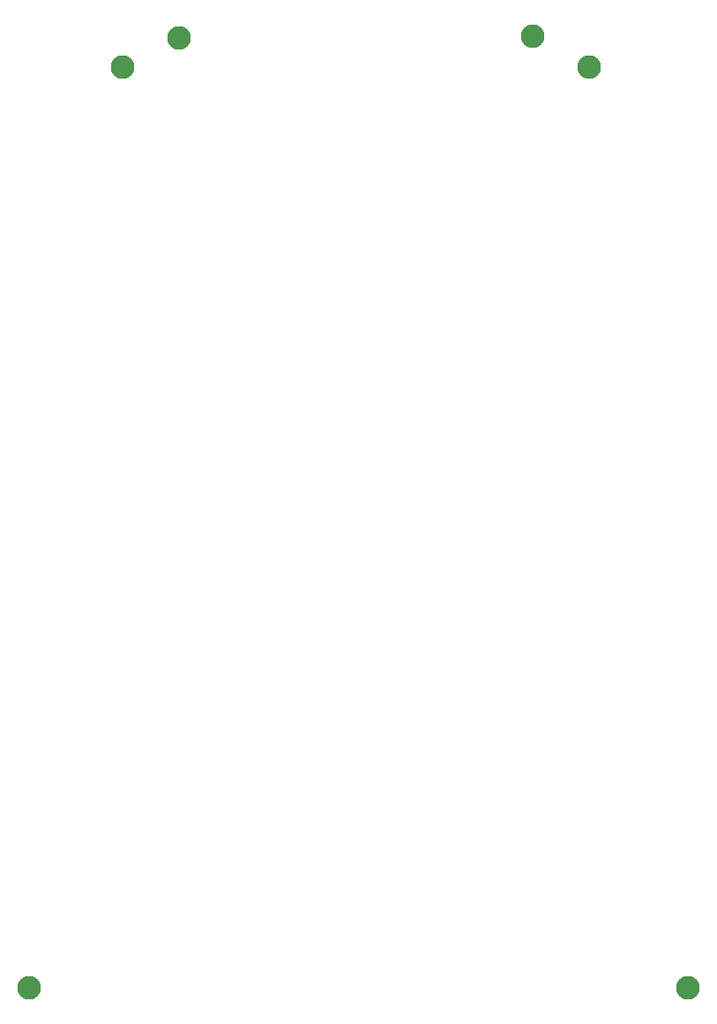
<source format=gbs>
G04 MADE WITH FRITZING*
G04 WWW.FRITZING.ORG*
G04 DOUBLE SIDED*
G04 HOLES PLATED*
G04 CONTOUR ON CENTER OF CONTOUR VECTOR*
%ASAXBY*%
%FSLAX23Y23*%
%MOIN*%
%OFA0B0*%
%SFA1.0B1.0*%
%ADD10C,0.089370*%
%LNMASK0*%
G90*
G70*
G54D10*
X426Y3576D03*
X2565Y100D03*
X2192Y3575D03*
X1978Y3693D03*
X73Y101D03*
X639Y3688D03*
G04 End of Mask0*
M02*
</source>
